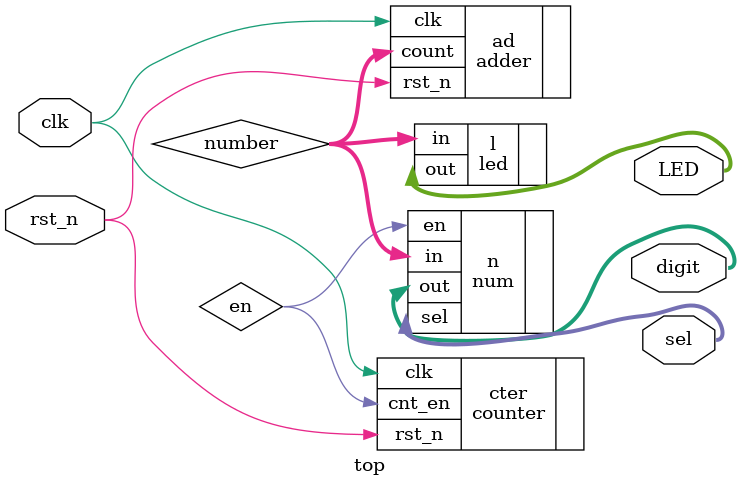
<source format=v>
`timescale 1ns / 1ps
module top(
input clk,
input rst_n,
output [7:0] LED,
output [7:0] digit,
output [3:0] sel
);

wire en;
wire [7:0] number;

counter cter(
.clk (clk),
.rst_n (rst_n),
.cnt_en (en)
);

adder ad(
.clk (clk),
.rst_n (rst_n),
.count (number)
);

num n(
.in (number),
.en (en),
.sel (sel),
.out (digit)
);

led l(
.in (number),
.out (LED)
);

endmodule

</source>
